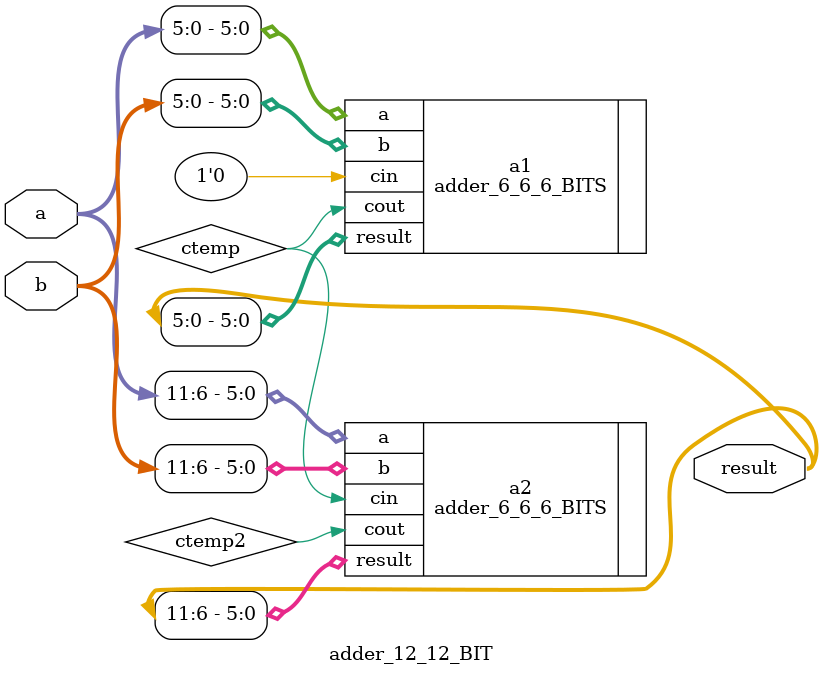
<source format=v>
`timescale 1ns / 1ps
module adder_12_12_BIT(
		input [11:0] a,
		input [11:0] b,
		output [11:0] result
		);
		
		
		wire ctemp,ctemp2;
		adder_6_6_6_BITS a1(.a(a[5:0]), .b(b[5:0]), .result(result[5:0]), .cin(1'b0) ,.cout(ctemp));
	   adder_6_6_6_BITS a2(.a(a[11:6]), .b(b[11:6]), .result(result[11:6]), .cin(ctemp) ,.cout(ctemp2));
		
		
		
	 
	 


endmodule

</source>
